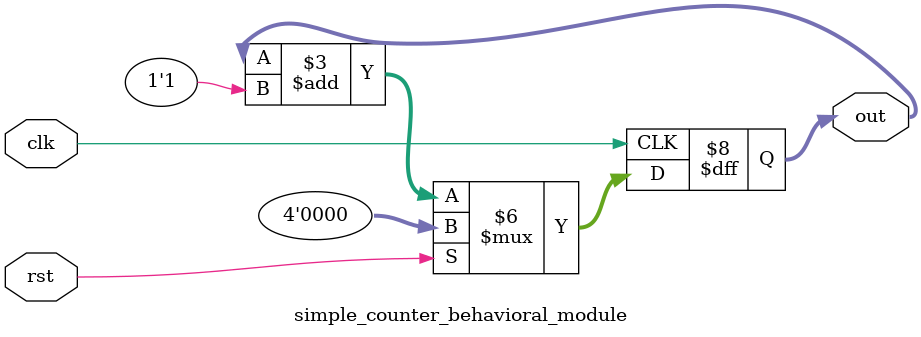
<source format=v>
module simple_counter_behavioral_module(clk, rst, out);

    input clk;
	input rst;
	
    output [3:0] out;
	reg [3:0] out;

	initial 
		out <= 1'b0;
	
	always @ (posedge clk) 
	begin
		if(rst == 1'b1)
		begin
			out <= 1'b0;
		end
		else
		begin
			out <= out + 1'b1;
		end
	end

endmodule

</source>
